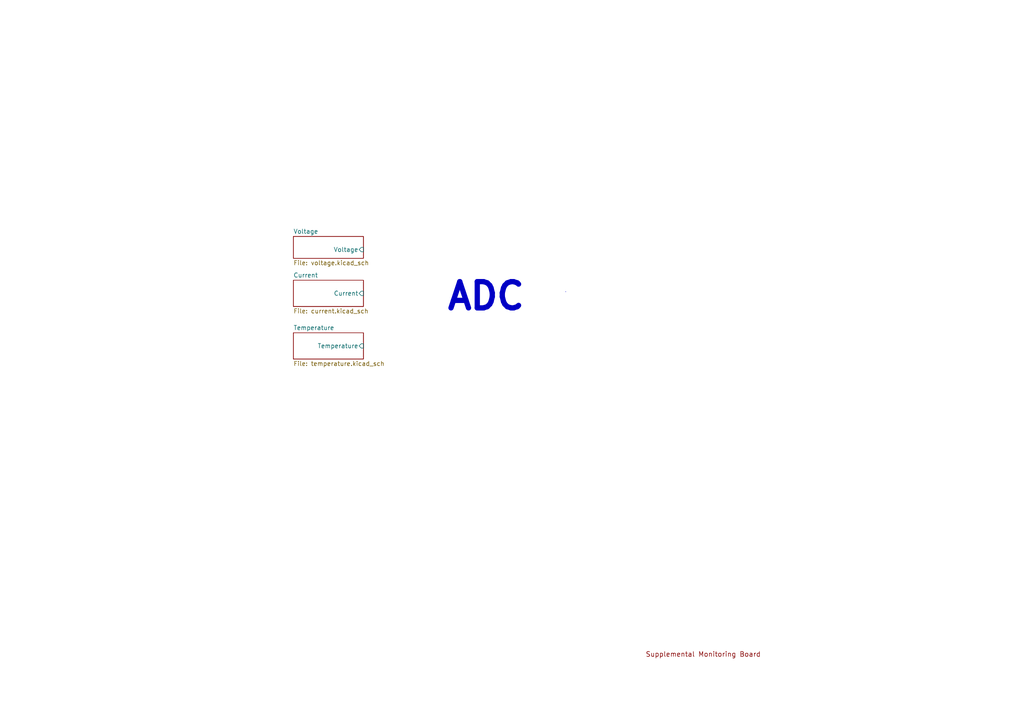
<source format=kicad_sch>
(kicad_sch
	(version 20231120)
	(generator "eeschema")
	(generator_version "8.0")
	(uuid "aa0415d0-3287-4bc4-9a8e-766ada9ace2f")
	(paper "A4")
	(lib_symbols)
	(text "ADC "
		(exclude_from_sim no)
		(at 164.084 84.836 0)
		(effects
			(font
				(size 0.001 0.001)
				(thickness 3.175)
			)
		)
		(uuid "2a6cf044-f014-4431-83d2-ebe792c7c517")
	)
	(text "ADC"
		(exclude_from_sim no)
		(at 140.97 86.106 0)
		(effects
			(font
				(size 7.62 7.62)
				(thickness 1.524)
				(bold yes)
			)
		)
		(uuid "8e1937fc-86e3-4c74-bd47-f25a9228c76a")
	)
	(text "Supplemental Monitoring Board"
		(exclude_from_sim no)
		(at 203.962 189.992 0)
		(effects
			(font
				(size 1.397 1.397)
				(thickness 0.1588)
				(color 132 0 0 1)
			)
		)
		(uuid "e1e55102-9a89-4f8d-bc06-a153424de937")
	)
	(sheet
		(at 85.09 81.28)
		(size 20.32 7.62)
		(fields_autoplaced yes)
		(stroke
			(width 0.1524)
			(type solid)
		)
		(fill
			(color 0 0 0 0.0000)
		)
		(uuid "1e74c2bc-637a-422a-831e-fab1291cbb0a")
		(property "Sheetname" "Current"
			(at 85.09 80.5684 0)
			(effects
				(font
					(size 1.27 1.27)
				)
				(justify left bottom)
			)
		)
		(property "Sheetfile" "current.kicad_sch"
			(at 85.09 89.4846 0)
			(effects
				(font
					(size 1.27 1.27)
				)
				(justify left top)
			)
		)
		(pin "Current" input
			(at 105.41 85.09 0)
			(effects
				(font
					(size 1.27 1.27)
				)
				(justify right)
			)
			(uuid "f86fa4a7-5fc7-4ea5-a960-7f7cc869dc65")
		)
		(instances
			(project "SupplementalMonitoringBoard"
				(path "/aa0415d0-3287-4bc4-9a8e-766ada9ace2f"
					(page "3")
				)
			)
		)
	)
	(sheet
		(at 85.09 68.58)
		(size 20.32 6.35)
		(fields_autoplaced yes)
		(stroke
			(width 0.1524)
			(type solid)
		)
		(fill
			(color 0 0 0 0.0000)
		)
		(uuid "c3517b11-42d4-41ac-8608-60dda8052ca3")
		(property "Sheetname" "Voltage"
			(at 85.09 67.8684 0)
			(effects
				(font
					(size 1.27 1.27)
				)
				(justify left bottom)
			)
		)
		(property "Sheetfile" "voltage.kicad_sch"
			(at 85.09 75.5146 0)
			(effects
				(font
					(size 1.27 1.27)
				)
				(justify left top)
			)
		)
		(pin "Voltage" input
			(at 105.41 72.39 0)
			(effects
				(font
					(size 1.27 1.27)
				)
				(justify right)
			)
			(uuid "df404bf8-bed4-4709-aca0-b9ccde8ee5b2")
		)
		(instances
			(project "SupplementalMonitoringBoard"
				(path "/aa0415d0-3287-4bc4-9a8e-766ada9ace2f"
					(page "2")
				)
			)
		)
	)
	(sheet
		(at 85.09 96.52)
		(size 20.32 7.62)
		(fields_autoplaced yes)
		(stroke
			(width 0.1524)
			(type solid)
		)
		(fill
			(color 0 0 0 0.0000)
		)
		(uuid "cde5a840-cd97-4154-b488-bad27326129c")
		(property "Sheetname" "Temperature"
			(at 85.09 95.8084 0)
			(effects
				(font
					(size 1.27 1.27)
				)
				(justify left bottom)
			)
		)
		(property "Sheetfile" "temperature.kicad_sch"
			(at 85.09 104.7246 0)
			(effects
				(font
					(size 1.27 1.27)
				)
				(justify left top)
			)
		)
		(pin "Temperature" input
			(at 105.41 100.33 0)
			(effects
				(font
					(size 1.27 1.27)
				)
				(justify right)
			)
			(uuid "389e24f8-1d76-45d7-910e-4a24588a3c01")
		)
		(instances
			(project "SupplementalMonitoringBoard"
				(path "/aa0415d0-3287-4bc4-9a8e-766ada9ace2f"
					(page "4")
				)
			)
		)
	)
	(sheet_instances
		(path "/"
			(page "1")
		)
	)
)

</source>
